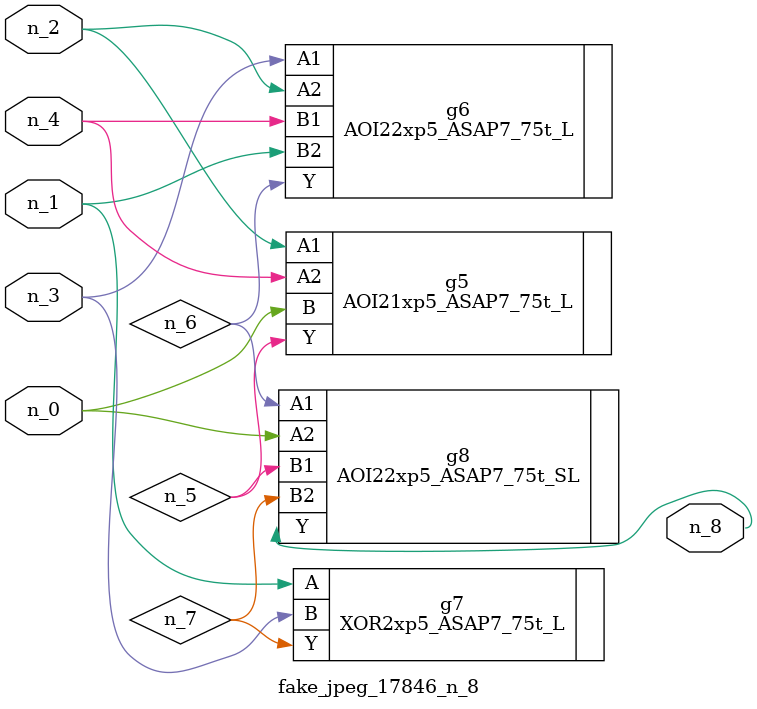
<source format=v>
module fake_jpeg_17846_n_8 (n_3, n_2, n_1, n_0, n_4, n_8);

input n_3;
input n_2;
input n_1;
input n_0;
input n_4;

output n_8;

wire n_6;
wire n_5;
wire n_7;

AOI21xp5_ASAP7_75t_L g5 ( 
.A1(n_2),
.A2(n_4),
.B(n_0),
.Y(n_5)
);

AOI22xp5_ASAP7_75t_L g6 ( 
.A1(n_3),
.A2(n_2),
.B1(n_4),
.B2(n_1),
.Y(n_6)
);

XOR2xp5_ASAP7_75t_L g7 ( 
.A(n_1),
.B(n_3),
.Y(n_7)
);

AOI22xp5_ASAP7_75t_SL g8 ( 
.A1(n_6),
.A2(n_0),
.B1(n_5),
.B2(n_7),
.Y(n_8)
);


endmodule
</source>
